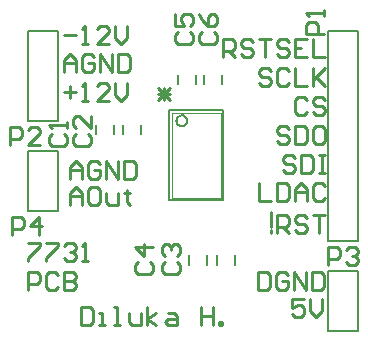
<source format=gto>
%FSLAX23Y23*%
%MOMM*%
%SFA1B1*%

%IPPOS*%
%ADD17C,0.152400*%
%ADD18C,0.200000*%
%ADD19C,0.050800*%
%ADD20C,0.253999*%
%LNpcb1-1*%
%LPD*%
G54D17*
X15620Y19054D02*
D01*
X15619Y19086*
X15616Y19118*
X15610Y19149*
X15603Y19180*
X15593Y19210*
X15581Y19240*
X15567Y19269*
X15551Y19296*
X15533Y19323*
X15514Y19348*
X15492Y19372*
X15469Y19394*
X15445Y19414*
X15419Y19433*
X15392Y19450*
X15364Y19465*
X15335Y19478*
X15305Y19489*
X15274Y19498*
X15243Y19504*
X15211Y19509*
X15179Y19511*
X15147*
X15115Y19509*
X15084Y19504*
X15053Y19498*
X15022Y19489*
X14992Y19478*
X14963Y19465*
X14935Y19450*
X14908Y19433*
X14882Y19414*
X14857Y19394*
X14834Y19372*
X14813Y19348*
X14793Y19323*
X14776Y19296*
X14760Y19269*
X14746Y19240*
X14734Y19210*
X14724Y19180*
X14716Y19149*
X14711Y19118*
X14707Y19086*
X14706Y19054*
X14707Y19022*
X14711Y18990*
X14716Y18959*
X14724Y18928*
X14734Y18898*
X14746Y18868*
X14760Y18839*
X14776Y18812*
X14793Y18785*
X14813Y18760*
X14834Y18736*
X14857Y18714*
X14882Y18694*
X14908Y18675*
X14935Y18658*
X14963Y18643*
X14992Y18630*
X15022Y18619*
X15053Y18610*
X15084Y18604*
X15115Y18599*
X15147Y18597*
X15179*
X15211Y18599*
X15243Y18604*
X15274Y18610*
X15305Y18619*
X15335Y18630*
X15364Y18643*
X15392Y18658*
X15419Y18675*
X15445Y18694*
X15469Y18714*
X15492Y18736*
X15514Y18760*
X15533Y18785*
X15551Y18812*
X15567Y18839*
X15581Y18868*
X15593Y18898*
X15603Y18928*
X15610Y18959*
X15616Y18990*
X15619Y19022*
X15620Y19054*
X14100Y19943D02*
X18665D01*
Y12314D02*
Y19943D01*
X14100Y12314D02*
X18665D01*
X14100D02*
Y19943D01*
G54D18*
X2158Y19049D02*
X4698D01*
X2158D02*
Y26669D01*
X4698*
Y19049D02*
Y26669D01*
X2158Y11429D02*
Y16509D01*
Y11429D02*
X4698D01*
Y16509*
X2158D02*
X4698D01*
X27558Y1269D02*
Y6349D01*
Y1269D02*
X30098D01*
Y6349*
X27558D02*
X30098D01*
X16370Y22158D02*
Y22958D01*
X14870Y22158D02*
Y22958D01*
X19672Y6838D02*
Y7638D01*
X18172Y6838D02*
Y7638D01*
X7885Y17887D02*
Y18687D01*
X9385Y17887D02*
Y18687D01*
X27558Y8889D02*
X30098D01*
X27558D02*
Y26669D01*
X30098*
Y8889D02*
Y26669D01*
X17259Y6838D02*
Y7638D01*
X15759Y6838D02*
Y7638D01*
X18529Y22158D02*
Y22958D01*
X17029Y22158D02*
Y22958D01*
X10171Y17887D02*
Y18687D01*
X11671Y17887D02*
Y18687D01*
G54D19*
X14328Y19714D02*
X18437D01*
Y12542D02*
Y19714D01*
X14328Y12542D02*
X18437D01*
X14328D02*
Y19714D01*
G54D20*
X2158Y8660D02*
X3174D01*
Y8406*
X2158Y7390*
Y7136*
X3682Y8660D02*
X4698D01*
Y8406*
X3682Y7390*
Y7136*
X5205Y8406D02*
X5459Y8660D01*
X5967*
X6221Y8406*
Y8152*
X5967Y7898*
X5713*
X5967*
X6221Y7644*
Y7390*
X5967Y7136*
X5459*
X5205Y7390*
X6729Y7136D02*
X7237D01*
X6983*
Y8660*
X6729Y8406*
X2158Y4698D02*
Y6222D01*
X2920*
X3174Y5968*
Y5460*
X2920Y5206*
X2158*
X4698Y5968D02*
X4444Y6222D01*
X3936*
X3682Y5968*
Y4952*
X3936Y4698*
X4444*
X4698Y4952*
X5205Y6222D02*
Y4698D01*
X5967*
X6221Y4952*
Y5206*
X5967Y5460*
X5205*
X5967*
X6221Y5714*
Y5968*
X5967Y6222*
X5205*
X6603Y3301D02*
Y1777D01*
X7365*
X7619Y2031*
Y3047*
X7365Y3301*
X6603*
X8127Y1777D02*
X8635D01*
X8381*
Y2793*
X8127*
X9397Y1777D02*
X9904D01*
X9650*
Y3301*
X9397*
X10666Y2793D02*
Y2031D01*
X10920Y1777*
X11682*
Y2793*
X12190Y1777D02*
Y3301D01*
Y2285D02*
X12951Y2793D01*
X12190Y2285D02*
X12951Y1777D01*
X13967Y2793D02*
X14475D01*
X14729Y2539*
Y1777*
X13967*
X13713Y2031*
X13967Y2285*
X14729*
X16760Y3301D02*
Y1777D01*
Y2539*
X17776*
Y3301*
Y1777*
X18284D02*
Y2031D01*
X18538*
Y1777*
X18284*
X18665Y24405D02*
Y25929D01*
X19427*
X19681Y25675*
Y25167*
X19427Y24913*
X18665*
X19173D02*
X19681Y24405D01*
X21204Y25675D02*
X20950Y25929D01*
X20442*
X20189Y25675*
Y25421*
X20442Y25167*
X20950*
X21204Y24913*
Y24659*
X20950Y24405*
X20442*
X20189Y24659*
X21712Y25929D02*
X22728D01*
X22220*
Y24405*
X24251Y25675D02*
X23997Y25929D01*
X23489*
X23236Y25675*
Y25421*
X23489Y25167*
X23997*
X24251Y24913*
Y24659*
X23997Y24405*
X23489*
X23236Y24659*
X25775Y25929D02*
X24759D01*
Y24405*
X25775*
X24759Y25167D02*
X25267D01*
X26283Y25929D02*
Y24405D01*
X27298*
X22728Y23237D02*
X22474Y23491D01*
X21966*
X21712Y23237*
Y22983*
X21966Y22729*
X22474*
X22728Y22475*
Y22221*
X22474Y21967*
X21966*
X21712Y22221*
X24251Y23237D02*
X23997Y23491D01*
X23489*
X23236Y23237*
Y22221*
X23489Y21967*
X23997*
X24251Y22221*
X24759Y23491D02*
Y21967D01*
X25775*
X26283Y23491D02*
Y21967D01*
Y22475*
X27298Y23491*
X26536Y22729*
X27298Y21967*
X25775Y20799D02*
X25521Y21053D01*
X25013*
X24759Y20799*
Y19784*
X25013Y19530*
X25521*
X25775Y19784*
X27298Y20799D02*
X27044Y21053D01*
X26536*
X26283Y20799*
Y20545*
X26536Y20291*
X27044*
X27298Y20037*
Y19784*
X27044Y19530*
X26536*
X26283Y19784*
X24251Y18361D02*
X23997Y18615D01*
X23489*
X23236Y18361*
Y18107*
X23489Y17854*
X23997*
X24251Y17600*
Y17346*
X23997Y17092*
X23489*
X23236Y17346*
X24759Y18615D02*
Y17092D01*
X25521*
X25775Y17346*
Y18361*
X25521Y18615*
X24759*
X27044D02*
X26536D01*
X26283Y18361*
Y17346*
X26536Y17092*
X27044*
X27298Y17346*
Y18361*
X27044Y18615*
X24759Y15924D02*
X24505Y16177D01*
X23997*
X23743Y15924*
Y15670*
X23997Y15416*
X24505*
X24759Y15162*
Y14908*
X24505Y14654*
X23997*
X23743Y14908*
X25267Y16177D02*
Y14654D01*
X26029*
X26283Y14908*
Y15924*
X26029Y16177*
X25267*
X26790D02*
X27298D01*
X27044*
Y14654*
X26790*
X27298*
X21712Y13740D02*
Y12216D01*
X22728*
X23236Y13740D02*
Y12216D01*
X23997*
X24251Y12470*
Y13486*
X23997Y13740*
X23236*
X24759Y12216D02*
Y13232D01*
X25267Y13740*
X25775Y13232*
Y12216*
Y12978*
X24759*
X27298Y13486D02*
X27044Y13740D01*
X26536*
X26283Y13486*
Y12470*
X26536Y12216*
X27044*
X27298Y12470*
X22728Y10032D02*
Y11302D01*
Y9778D02*
Y9524D01*
X23236D02*
Y11048D01*
X23997*
X24251Y10794*
Y10286*
X23997Y10032*
X23236*
X23743D02*
X24251Y9524D01*
X25775Y10794D02*
X25521Y11048D01*
X25013*
X24759Y10794*
Y10540*
X25013Y10286*
X25521*
X25775Y10032*
Y9778*
X25521Y9524*
X25013*
X24759Y9778*
X26283Y11048D02*
X27298D01*
X26790*
Y9524*
X5206Y26338D02*
X6222D01*
X6730Y25576D02*
X7238D01*
X6984*
Y27100*
X6730Y26846*
X9015Y25576D02*
X8000D01*
X9015Y26592*
Y26846*
X8761Y27100*
X8253*
X8000Y26846*
X9523Y27100D02*
Y26084D01*
X10031Y25576*
X10539Y26084*
Y27100*
X5206Y23138D02*
Y24154D01*
X5714Y24662*
X6222Y24154*
Y23138*
Y23900*
X5206*
X7746Y24408D02*
X7492Y24662D01*
X6984*
X6730Y24408*
Y23392*
X6984Y23138*
X7492*
X7746Y23392*
Y23900*
X7238*
X8253Y23138D02*
Y24662D01*
X9269Y23138*
Y24662*
X9777D02*
Y23138D01*
X10539*
X10793Y23392*
Y24408*
X10539Y24662*
X9777*
X5206Y21462D02*
X6222D01*
X5714Y21970D02*
Y20954D01*
X6730Y20700D02*
X7238D01*
X6984*
Y22224*
X6730Y21970*
X9015Y20700D02*
X8000D01*
X9015Y21716*
Y21970*
X8761Y22224*
X8253*
X8000Y21970*
X9523Y22224D02*
Y21208D01*
X10031Y20700*
X10539Y21208*
Y22224*
X13131Y21792D02*
X14147Y20777D01*
X13131D02*
X14147Y21792D01*
X13131Y21284D02*
X14147D01*
X13639Y20777D02*
Y21792D01*
X4191Y17906D02*
X3937Y17652D01*
Y17144*
X4191Y16890*
X5207*
X5460Y17144*
Y17652*
X5207Y17906*
X5460Y18414D02*
Y18922D01*
Y18668*
X3937*
X4191Y18414*
X6223Y17906D02*
X5969Y17652D01*
Y17144*
X6223Y16890*
X7239*
X7492Y17144*
Y17652*
X7239Y17906*
X7492Y19430D02*
Y18414D01*
X6477Y19430*
X6223*
X5969Y19176*
Y18668*
X6223Y18414*
X13716Y7111D02*
X13462Y6857D01*
Y6349*
X13716Y6095*
X14732*
X14985Y6349*
Y6857*
X14732Y7111*
X13716Y7619D02*
X13462Y7873D01*
Y8381*
X13716Y8635*
X13970*
X14224Y8381*
Y8127*
Y8381*
X14478Y8635*
X14732*
X14985Y8381*
Y7873*
X14732Y7619*
X11430Y7111D02*
X11176Y6857D01*
Y6349*
X11430Y6095*
X12446*
X12699Y6349*
Y6857*
X12446Y7111*
X12699Y8381D02*
X11176D01*
X11938Y7619*
Y8635*
X14859Y26542D02*
X14605Y26288D01*
Y25780*
X14859Y25526*
X15875*
X16128Y25780*
Y26288*
X15875Y26542*
X14605Y28066D02*
Y27050D01*
X15367*
X15113Y27558*
Y27812*
X15367Y28066*
X15875*
X16128Y27812*
Y27304*
X15875Y27050*
X16891Y26542D02*
X16637Y26288D01*
Y25780*
X16891Y25526*
X17907*
X18160Y25780*
Y26288*
X17907Y26542*
X16637Y28066D02*
X16891Y27558D01*
X17399Y27050*
X17907*
X18160Y27304*
Y27812*
X17907Y28066*
X17653*
X17399Y27812*
Y27050*
X27177Y26415D02*
X25654D01*
Y27177*
X25908Y27431*
X26416*
X26670Y27177*
Y26415*
X27177Y27939D02*
Y28447D01*
Y28193*
X25654*
X25908Y27939*
X634Y17017D02*
Y18541D01*
X1396*
X1650Y18287*
Y17779*
X1396Y17525*
X634*
X3174Y17017D02*
X2158D01*
X3174Y18033*
Y18287*
X2920Y18541*
X2412*
X2158Y18287*
X27558Y6857D02*
Y8381D01*
X28320*
X28574Y8127*
Y7619*
X28320Y7365*
X27558*
X29082Y8127D02*
X29336Y8381D01*
X29844*
X30098Y8127*
Y7873*
X29844Y7619*
X29590*
X29844*
X30098Y7365*
Y7111*
X29844Y6857*
X29336*
X29082Y7111*
X761Y9397D02*
Y10921D01*
X1523*
X1777Y10667*
Y10159*
X1523Y9905*
X761*
X3047Y9397D02*
Y10921D01*
X2285Y10159*
X3301*
X25526Y3936D02*
X24510D01*
Y3174*
X25018Y3428*
X25272*
X25526Y3174*
Y2666*
X25272Y2412*
X24764*
X24510Y2666*
X26034Y3936D02*
Y2920D01*
X26542Y2412*
X27050Y2920*
Y3936*
X21589Y6222D02*
Y4698D01*
X22351*
X22605Y4952*
Y5968*
X22351Y6222*
X21589*
X24129Y5968D02*
X23875Y6222D01*
X23367*
X23113Y5968*
Y4952*
X23367Y4698*
X23875*
X24129Y4952*
Y5460*
X23621*
X24636Y4698D02*
Y6222D01*
X25652Y4698*
Y6222*
X26160D02*
Y4698D01*
X26922*
X27176Y4952*
Y5968*
X26922Y6222*
X26160*
X5714Y14096D02*
Y15112D01*
X6222Y15620*
X6730Y15112*
Y14096*
Y14858*
X5714*
X8254Y15366D02*
X8000Y15620D01*
X7492*
X7238Y15366*
Y14350*
X7492Y14096*
X8000*
X8254Y14350*
Y14858*
X7746*
X8761Y14096D02*
Y15620D01*
X9777Y14096*
Y15620*
X10285D02*
Y14096D01*
X11047*
X11301Y14350*
Y15366*
X11047Y15620*
X10285*
X5714Y11937D02*
Y12953D01*
X6222Y13461*
X6730Y12953*
Y11937*
Y12699*
X5714*
X8000Y13461D02*
X7492D01*
X7238Y13207*
Y12191*
X7492Y11937*
X8000*
X8254Y12191*
Y13207*
X8000Y13461*
X8761Y12953D02*
Y12191D01*
X9015Y11937*
X9777*
Y12953*
X10539Y13207D02*
Y12953D01*
X10285*
X10793*
X10539*
Y12191*
X10793Y11937*
M02*
</source>
